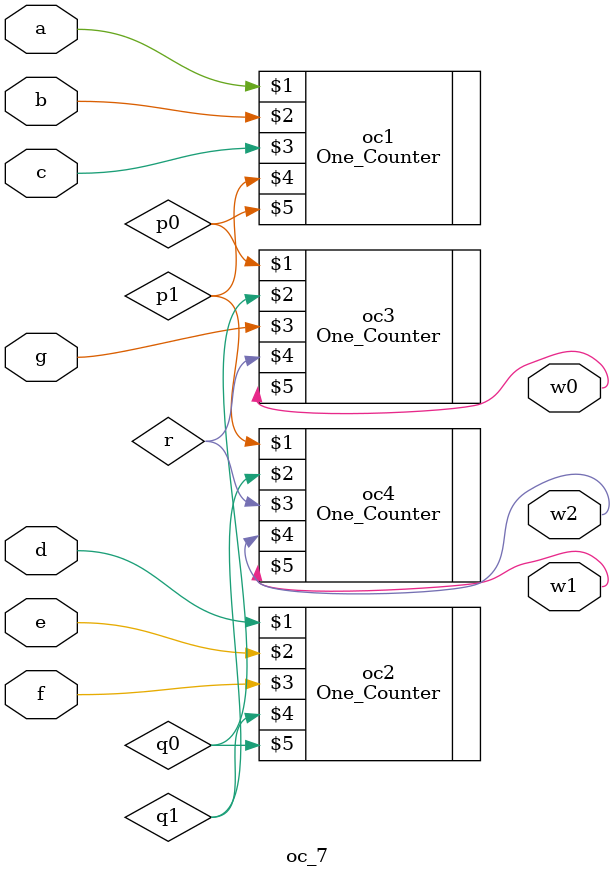
<source format=v>
`timescale 1ns/1ns
module oc_7(input a, b, c, d, e, f, g, output w2, w1, w0);
	wire p1, p0, q1, q0, r;
	One_Counter oc1(a, b, c, p1, p0);
	One_Counter oc2(d, e, f, q1, q0);
	One_Counter oc3(p0, q0, g, r, w0);
	One_Counter oc4(p1, q1, r, w2, w1);
endmodule

</source>
